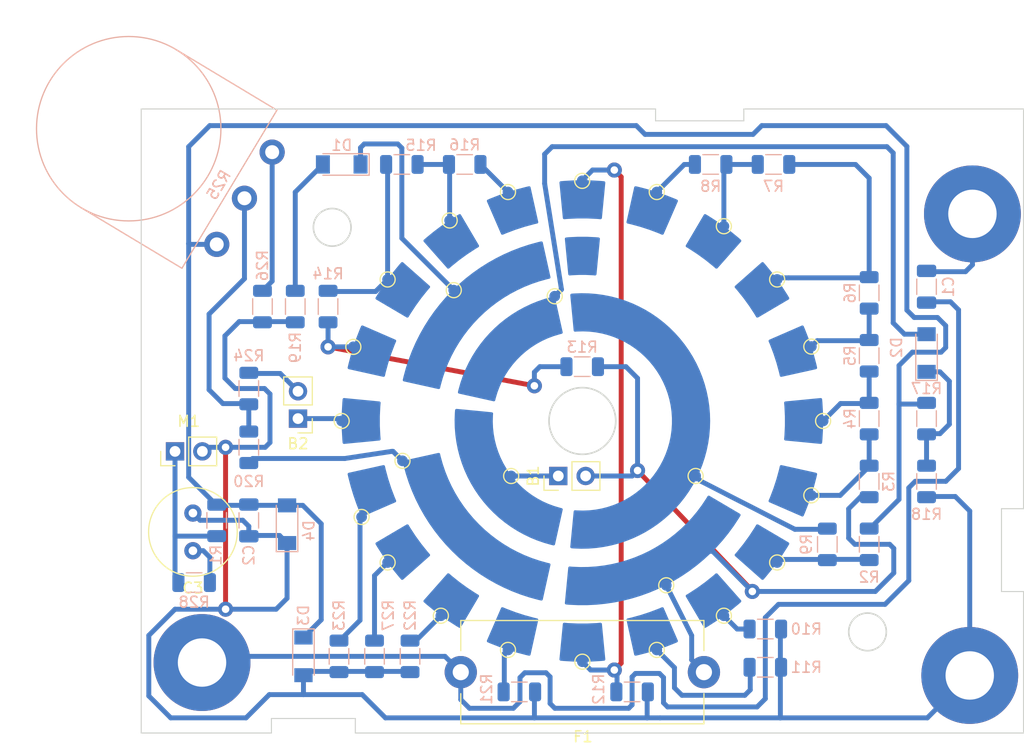
<source format=kicad_pcb>
(kicad_pcb (version 20211014) (generator pcbnew)
  (title_block (title "Sunma YX-360TRN Multitester") (date "2022-12-04") (rev "v01.2") (comment 2 "https://www.gnu.org/licenses/gpl.html") (comment 3 "License: GNU General Public License (GPL) version 3") (comment 4 "Author: Poly Electronics"))
  (layers (0 "F.Cu" signal) (31 "B.Cu" signal) (34 "B.Paste" user) (35 "F.Paste" user) (36 "B.SilkS" user "B.Silkscreen") (37 "F.SilkS" user "F.Silkscreen") (38 "B.Mask" user) (39 "F.Mask" user) (44 "Edge.Cuts" user))
  (net 0 "")
  (net 1 "Net-(B1-Pad2)")
  (net 2 "Net-(B1-Pad1)")
  (net 3 "Net-(B2-Pad2)")
  (net 4 "Net-(B2-Pad1)")
  (net 5 "Net-(C1-Pad2)")
  (net 6 "Net-(C1-Pad1)")
  (net 7 "Net-(C2-Pad2)")
  (net 8 "Net-(C2-Pad1)")
  (net 9 "Net-(D1-Pad2)")
  (net 10 "Net-(D1-Pad1)")
  (net 11 "Net-(D2-Pad2)")
  (net 12 "Net-(D2-Pad1)")
  (net 13 "Net-(M1-Pad1)")
  (net 14 "Net-(R2-Pad2)")
  (net 15 "Net-(R3-Pad2)")
  (net 16 "Net-(R4-Pad2)")
  (net 17 "Net-(R5-Pad2)")
  (net 18 "Net-(R6-Pad2)")
  (net 19 "Net-(R7-Pad2)")
  (net 20 "Net-(R8-Pad2)")
  (net 21 "Net-(R9-Pad2)")
  (net 22 "Net-(R10-Pad2)")
  (net 23 "Net-(R11-Pad2)")
  (net 24 "/OFF")
  (net 25 "Net-(R13-Pad2)")
  (net 26 "Net-(R14-Pad1)")
  (net 27 "Net-(R15-Pad1)")
  (net 28 "Net-(R16-Pad1)")
  (net 29 "Net-(R20-Pad2)")
  (net 30 "Net-(R20-Pad1)")
  (net 31 "Net-(R21-Pad2)")
  (net 32 "Net-(R22-Pad2)")
  (net 33 "Net-(R23-Pad2)")
  (net 34 "Net-(R25-Pad3)")
  (net 35 "Net-(R27-Pad2)")
  (net 36 "Net-(C3-Pad1)")
  (footprint "Connector_PinHeader_2.54mm:PinHeader_1x02_P2.54mm_Vertical" (layer "F.Cu") (at 121.666 99.822 180)
    (fp_text reference "B2")
    (fp_text value "9V")
  )
  (footprint "TestPoint:TestPoint_Pad_D1.0mm" (layer "F.Cu") (at 155.011495 78.76309)
    (fp_text reference "TP1" hide)
    (fp_text value "1000")
  )
  (footprint "TestPoint:TestPoint_Pad_D1.0mm" (layer "F.Cu") (at 161.248935 81.941224)
    (fp_text reference "TP2" hide)
    (fp_text value "250")
  )
  (footprint "TestPoint:TestPoint_Pad_D1.0mm" (layer "F.Cu") (at 166.198995 86.891284)
    (fp_text reference "TP3" hide)
    (fp_text value "50")
  )
  (footprint "TestPoint:TestPoint_Pad_D1.0mm" (layer "F.Cu") (at 169.37713 93.128724)
    (fp_text reference "TP4" hide)
    (fp_text value "10")
  )
  (footprint "TestPoint:TestPoint_Pad_D1.0mm" (layer "F.Cu") (at 170.47224 100.04298)
    (fp_text reference "TP5" hide)
    (fp_text value "2.5")
  )
  (footprint "TestPoint:TestPoint_Pad_D1.0mm" (layer "F.Cu") (at 169.37713 106.957235)
    (fp_text reference "TP6" hide)
    (fp_text value "0.5")
  )
  (footprint "TestPoint:TestPoint_Pad_D1.0mm" (layer "F.Cu") (at 166.198996 113.194675)
    (fp_text reference "TP8" hide)
    (fp_text value "100uA")
  )
  (footprint "TestPoint:TestPoint_Pad_D1.0mm" (layer "F.Cu") (at 161.248936 118.144735)
    (fp_text reference "TP9" hide)
    (fp_text value "2.5")
  )
  (footprint "TestPoint:TestPoint_Pad_D1.0mm" (layer "F.Cu") (at 148.09724 122.41798)
    (fp_text reference "TP11" hide)
    (fp_text value "250")
  )
  (footprint "TestPoint:TestPoint_Pad_D1.0mm" (layer "F.Cu") (at 141.182985 121.32287)
    (fp_text reference "TP13" hide)
    (fp_text value "x1")
  )
  (footprint "TestPoint:TestPoint_Pad_D1.0mm" (layer "F.Cu") (at 129.995485 113.194676)
    (fp_text reference "TP15" hide)
    (fp_text value "x100")
  )
  (footprint "TestPoint:TestPoint_Pad_D1.0mm" (layer "F.Cu") (at 127.578021 108.964988)
    (fp_text reference "TP16" hide)
    (fp_text value "x1K")
  )
  (footprint "TestPoint:TestPoint_Pad_D1.0mm" (layer "F.Cu") (at 125.72224 100.04298)
    (fp_text reference "TP17" hide)
    (fp_text value "x10K")
  )
  (footprint "TestPoint:TestPoint_Pad_D1.0mm" (layer "F.Cu") (at 126.8095 93.1545)
    (fp_text reference "TP18" hide)
    (fp_text value "10")
  )
  (footprint "TestPoint:TestPoint_Pad_D1.0mm" (layer "F.Cu") (at 129.995484 86.891285)
    (fp_text reference "TP19" hide)
    (fp_text value "50")
  )
  (footprint "TestPoint:TestPoint_Pad_D1.0mm" (layer "F.Cu") (at 141.182984 78.76309)
    (fp_text reference "TP21" hide)
    (fp_text value "1000")
  )
  (footprint "MountingHole:MountingHole_4.5mm_Pad" (layer "F.Cu") (at 184.35046 80.7938)
    (fp_text reference "TP24" hide)
    (fp_text value "OUTPUT")
  )
  (footprint "MountingHole:MountingHole_4.5mm_Pad" (layer "F.Cu") (at 184.10046 123.6947)
    (fp_text reference "TP25" hide)
    (fp_text value "-COM")
  )
  (footprint "MountingHole:MountingHole_4.5mm_Pad" (layer "F.Cu") (at 112.74656 122.4947)
    (fp_text reference "TP23" hide)
    (fp_text value "+")
  )
  (footprint "Fuse:Fuseholder_Cylinder-5x20mm_Stelvio-Kontek_PTF78_Horizontal_Open" (layer "F.Cu") (at 159.39516 123.38812 180)
    (fp_text reference "F1")
    (fp_text value "250V/0.5A")
  )
  (footprint "TestPoint:TestPoint_Pad_D1.0mm" (layer "F.Cu") (at 134.945545 118.144736)
    (fp_text reference "TP14" hide)
    (fp_text value "x10")
  )
  (footprint "TestPoint:TestPoint_Pad_D1.0mm" (layer "F.Cu") (at 155.011496 121.32287)
    (fp_text reference "TP10" hide)
    (fp_text value "25")
  )
  (footprint "TestPoint:TestPoint_Pad_D1.0mm" (layer "F.Cu") (at 135.763 81.407)
    (fp_text reference "TP20" hide)
    (fp_text value "250")
  )
  (footprint "TestPoint:TestPoint_Pad_D1.0mm" (layer "F.Cu") (at 155.8925 115.316)
    (fp_text reference "TP22" hide)
    (fp_text value "B")
  )
  (footprint "TestPoint:TestPoint_Pad_D1.0mm" (layer "F.Cu") (at 141.478 105.156)
    (fp_text reference "TP27" hide)
    (fp_text value "D" hide)
  )
  (footprint "TestPoint:TestPoint_Pad_D1.0mm" (layer "F.Cu") (at 145.527019 88.449465)
    (fp_text reference "TP28" hide)
    (fp_text value "E" hide)
  )
  (footprint "TestPoint:TestPoint_Pad_D1.0mm" (layer "F.Cu") (at 136.144 87.884)
    (fp_text reference "TP29" hide)
    (fp_text value "F" hide)
  )
  (footprint "Connector_PinHeader_2.54mm:PinHeader_1x02_P2.54mm_Vertical" (layer "F.Cu") (at 145.8595 105.156 90)
    (fp_text reference "B1")
    (fp_text value "1.5Vx2")
  )
  (footprint "TestPoint:TestPoint_Pad_D1.0mm" (layer "F.Cu") (at 158.623 105.156)
    (fp_text reference "TP7" hide)
    (fp_text value "A" hide)
  )
  (footprint "TestPoint:TestPoint_Pad_D1.0mm" (layer "F.Cu") (at 131.378171 103.749508)
    (fp_text reference "TP26" hide)
    (fp_text value "C")
  )
  (footprint "Connector_PinHeader_2.54mm:PinHeader_1x02_P2.54mm_Vertical" (layer "F.Cu") (at 110.236 102.87 90)
    (fp_text reference "M1")
    (fp_text value "44uA/2K")
  )
  (footprint "TestPoint:TestPoint_Pad_D1.0mm" (layer "F.Cu") (at 148.082 77.724)
    (fp_text reference "TP21" hide)
    (fp_text value "1000")
  )
  (footprint "Capacitor_THT:C_Radial_D8.0mm_H11.5mm_P3.50mm" (layer "F.Cu") (at 111.9 112.102651 90)
    (fp_text reference "C3")
    (fp_text value "220u")
  )
  (footprint "Capacitor_SMD:C_1206_3216Metric" (layer "B.Cu") (at 180.086 87.5665 90)
    (fp_text reference "C1")
    (fp_text value "0.047u")
  )
  (footprint "Capacitor_SMD:C_1206_3216Metric" (layer "B.Cu") (at 117.094 109.2835 -90)
    (fp_text reference "C2")
    (fp_text value "0.047u")
  )
  (footprint "Diode_SMD:D_MiniMELF" (layer "B.Cu") (at 180.086 93.726 90)
    (fp_text reference "D2")
    (fp_text value "1N4148")
  )
  (footprint "Resistor_SMD:R_1206_3216Metric" (layer "B.Cu") (at 174.752 111.506 -90)
    (fp_text reference "R2")
    (fp_text value "240R")
  )
  (footprint "Resistor_SMD:R_1206_3216Metric" (layer "B.Cu") (at 160.02 76.2 180)
    (fp_text reference "R8")
    (fp_text value "15M")
  )
  (footprint "Resistor_SMD:R_1206_3216Metric" (layer "B.Cu") (at 131.318 76.2 180)
    (fp_text reference "R15")
    (fp_text value "1.6M")
  )
  (footprint "Resistor_SMD:R_1206_3216Metric" (layer "B.Cu") (at 137.16 76.2 180)
    (fp_text reference "R16")
    (fp_text value "6M")
  )
  (footprint "Resistor_SMD:R_1206_3216Metric" (layer "B.Cu") (at 180.086 99.822 90)
    (fp_text reference "R17")
    (fp_text value "2K")
  )
  (footprint "Resistor_SMD:R_1206_3216Metric" (layer "B.Cu") (at 142.24 125.222 180)
    (fp_text reference "R21")
    (fp_text value "19R")
  )
  (footprint "Resistor_SMD:R_1206_3216Metric" (layer "B.Cu") (at 132.08 121.92 90)
    (fp_text reference "R22")
    (fp_text value "200R")
  )
  (footprint "Resistor_SMD:R_1206_3216Metric" (layer "B.Cu") (at 125.476 121.92 90)
    (fp_text reference "R23")
    (fp_text value "33.3K")
  )
  (footprint "Resistor_SMD:R_1206_3216Metric" (layer "B.Cu") (at 117.094 97.028 90)
    (fp_text reference "R24")
    (fp_text value "194K")
  )
  (footprint "Resistor_SMD:R_1206_3216Metric" (layer "B.Cu") (at 128.778 121.92 90)
    (fp_text reference "R27")
    (fp_text value "2.08K")
  )
  (footprint "Potentiometer_THT:Potentiometer_Omeg_PC16BU_Vertical" (layer "B.Cu") (at 114.114766 83.628673 149)
    (fp_text reference "R25")
    (fp_text value "10K")
  )
  (footprint "Resistor_SMD:R_1206_3216Metric" (layer "B.Cu") (at 165.862 76.2 180)
    (fp_text reference "R7")
    (fp_text value "4M")
  )
  (footprint "Resistor_SMD:R_1206_3216Metric" (layer "B.Cu") (at 165.1 119.38 180)
    (fp_text reference "R10")
    (fp_text value "92R")
  )
  (footprint "Resistor_SMD:R_1206_3216Metric" (layer "B.Cu") (at 124.46 89.408 -90)
    (fp_text reference "R14")
    (fp_text value "320K")
  )
  (footprint "Resistor_SMD:R_1206_3216Metric" (layer "B.Cu") (at 180.086 105.664 90)
    (fp_text reference "R18")
    (fp_text value "41K")
  )
  (footprint "Resistor_SMD:R_1206_3216Metric" (layer "B.Cu") (at 174.752 105.664 90)
    (fp_text reference "R3")
    (fp_text value "5K")
  )
  (footprint "Resistor_SMD:R_1206_3216Metric" (layer "B.Cu") (at 174.752 99.822 90)
    (fp_text reference "R4")
    (fp_text value "40K")
  )
  (footprint "Resistor_SMD:R_1206_3216Metric" (layer "B.Cu") (at 174.752 93.98 90)
    (fp_text reference "R5")
    (fp_text value "150K")
  )
  (footprint "Resistor_SMD:R_1206_3216Metric" (layer "B.Cu") (at 174.752 88.138 90)
    (fp_text reference "R6")
    (fp_text value "800K")
  )
  (footprint "Diode_SMD:D_MiniMELF" (layer "B.Cu") (at 122.174 121.92 -90)
    (fp_text reference "D3")
    (fp_text value "1N4148")
  )
  (footprint "Resistor_SMD:R_1206_3216Metric" (layer "B.Cu") (at 165.1 122.936 180)
    (fp_text reference "R11")
    (fp_text value "9R")
  )
  (footprint "Resistor_SMD:R_1206_3216Metric" (layer "B.Cu") (at 148.082 94.996 180)
    (fp_text reference "R13")
    (fp_text value "74K")
  )
  (footprint "Resistor_SMD:R_1206_3216Metric" (layer "B.Cu") (at 170.86326 111.51108 90)
    (fp_text reference "R9")
    (fp_text value "3K")
  )
  (footprint "Resistor_SMD:R_1206_3216Metric" (layer "B.Cu") (at 152.7175 125.222 180)
    (fp_text reference "R12")
    (fp_text value "1R")
  )
  (footprint "Resistor_SMD:R_1206_3216Metric" (layer "B.Cu") (at 121.412 89.408 90)
    (fp_text reference "R19")
    (fp_text value "2K")
  )
  (footprint "Diode_SMD:D_MiniMELF" (layer "B.Cu") (at 125.73 76.2 180)
    (fp_text reference "D1")
    (fp_text value "1N4148")
  )
  (footprint "Resistor_SMD:R_1206_3216Metric" (layer "B.Cu") (at 118.364 89.408 90)
    (fp_text reference "R26")
    (fp_text value "16K")
  )
  (footprint "Resistor_SMD:R_1206_3216Metric" (layer "B.Cu") (at 114.1095 109.2835 90)
    (fp_text reference "R1")
    (fp_text value "1.2K")
  )
  (footprint "Resistor_SMD:R_1206_3216Metric" (layer "B.Cu") (at 117.094 102.489 -90)
    (fp_text reference "R20")
    (fp_text value "44K")
  )
  (footprint "Diode_SMD:D_MiniMELF" (layer "B.Cu") (at 120.65 109.6365 90)
    (fp_text reference "D4")
    (fp_text value "1N4148")
  )
  (footprint "Resistor_SMD:R_1206_3216Metric" (layer "B.Cu") (at 112.014 115.062)
    (fp_text reference "R28")
    (fp_text value "1.5K")
  )
  (gr_line (start 163.10046 72.1438) (end 154.90046 72.1438) (layer "Edge.Cuts") (width 0.1))
  (gr_circle (center 148.09724 100.04298) (end 151.19724 100.04298) (layer "Edge.Cuts") (width 0.15) (fill none))
  (gr_line (start 189.10046 71.0438) (end 163.10046 71.0438) (layer "Edge.Cuts") (width 0.1))
  (gr_line (start 126.99656 127.6947) (end 126.99656 129.0447) (layer "Edge.Cuts") (width 0.1))
  (gr_line (start 187.05046 108.1947) (end 189.10046 108.1947) (layer "Edge.Cuts") (width 0.1))
  (gr_line (start 107.09656 129.0447) (end 107.09656 71.0438) (layer "Edge.Cuts") (width 0.1))
  (gr_line (start 126.99656 129.0447) (end 189.10046 129.0447) (layer "Edge.Cuts") (width 0.1))
  (gr_line (start 119.19656 127.6947) (end 126.99656 127.6947) (layer "Edge.Cuts") (width 0.1))
  (gr_line (start 119.19656 129.0447) (end 119.19656 127.6947) (layer "Edge.Cuts") (width 0.1))
  (gr_circle (center 174.60046 119.6447) (end 176.35046 119.6447) (layer "Edge.Cuts") (width 0.15) (fill none))
  (gr_line (start 189.10046 129.0447) (end 189.10046 115.8947) (layer "Edge.Cuts") (width 0.1))
  (gr_line (start 163.10046 71.0438) (end 163.10046 72.1438) (layer "Edge.Cuts") (width 0.1))
  (gr_line (start 154.90046 72.1438) (end 154.90046 71.0438) (layer "Edge.Cuts") (width 0.1))
  (gr_line (start 189.10046 115.8947) (end 187.05046 115.8947) (layer "Edge.Cuts") (width 0.1))
  (gr_line (start 107.09656 129.0447) (end 119.19656 129.0447) (layer "Edge.Cuts") (width 0.1))
  (gr_line (start 189.10046 71.0438) (end 189.10046 108.1947) (layer "Edge.Cuts") (width 0.1))
  (gr_line (start 107.09656 71.0438) (end 154.90046 71.0438) (layer "Edge.Cuts") (width 0.1))
  (gr_line (start 187.05046 115.8947) (end 187.05046 108.1947) (layer "Edge.Cuts") (width 0.1))
  (gr_circle (center 124.84656 82.0438) (end 126.59656 82.0438) (layer "Edge.Cuts") (width 0.15) (fill none))
  (segment (start 163.8935 115.824) (end 163.8935 115.8875) (width 0.457483) (layer "F.Cu") (net 1))
  (segment (start 153.2255 104.648) (end 163.8935 115.824) (width 0.457483) (layer "F.Cu") (net 1))
  (via (at 153.2255 104.648) (size 1.4) (drill 0.7) (layers "F.Cu" "B.Cu") (net 1))
  (via (at 163.8935 115.8875) (size 1.4) (drill 0.7) (layers "F.Cu" "B.Cu") (net 1))
  (segment (start 163.8935 115.8875) (end 163.8935 115.8875) (width 0.457483) (layer "B.Cu") (net 1))
  (segment (start 173.4185 111.506) (end 176.657 111.506) (width 0.457483) (layer "B.Cu") (net 1))
  (segment (start 155.8925 113.538) (end 155.8925 115.316) (width 0.457483) (layer "B.Cu") (net 1))
  (segment (start 152.146 94.996) (end 149.482 94.996) (width 0.457483) (layer "B.Cu") (net 1))
  (segment (start 174.752 107.064) (end 173.987 107.064) (width 0.457483) (layer "B.Cu") (net 1))
  (segment (start 172.847 110.9345) (end 173.4185 111.506) (width 0.457483) (layer "B.Cu") (net 1))
  (segment (start 158.255277 119.979251) (end 158.255277 122.248237) (width 0.457483) (layer "B.Cu") (net 1))
  (segment (start 176.657 111.506) (end 177.038 111.887) (width 0.457483) (layer "B.Cu") (net 1))
  (segment (start 177.038 114.173) (end 175.3235 115.8875) (width 0.457483) (layer "B.Cu") (net 1))
  (segment (start 172.847 108.204) (end 172.847 110.9345) (width 0.457483) (layer "B.Cu") (net 1))
  (segment (start 163.8935 115.8875) (end 160.206444 112.152184) (width 0.457483) (layer "B.Cu") (net 1))
  (segment (start 158.255277 122.248237) (end 159.39516 123.38812) (width 0.457483) (layer "B.Cu") (net 1))
  (segment (start 153.2255 96.0755) (end 152.146 94.996) (width 0.457483) (layer "B.Cu") (net 1))
  (segment (start 157.278316 112.152184) (end 155.8925 113.538) (width 0.457483) (layer "B.Cu") (net 1))
  (segment (start 152.7175 105.156) (end 153.2255 104.648) (width 0.457483) (layer "B.Cu") (net 1))
  (segment (start 177.038 111.887) (end 177.038 114.173) (width 0.457483) (layer "B.Cu") (net 1))
  (segment (start 153.2255 104.648) (end 153.2255 96.0755) (width 0.457483) (layer "B.Cu") (net 1))
  (segment (start 175.3235 115.8875) (end 163.8935 115.8875) (width 0.457483) (layer "B.Cu") (net 1))
  (segment (start 173.987 107.064) (end 172.847 108.204) (width 0.457483) (layer "B.Cu") (net 1))
  (segment (start 160.206444 112.152184) (end 157.278316 112.152184) (width 0.457483) (layer "B.Cu") (net 1))
  (segment (start 148.3995 105.156) (end 152.7175 105.156) (width 0.457483) (layer "B.Cu") (net 1))
  (segment (start 158.255277 119.979251) (end 155.8925 115.316) (width 0.457483) (layer "B.Cu") (net 1))
  (segment (start 145.8595 105.156) (end 141.478 105.156) (width 0.457483) (layer "B.Cu") (net 2))
  (segment (start 120.012 95.628) (end 121.666 97.282) (width 0.457483) (layer "B.Cu") (net 3))
  (segment (start 117.094 95.628) (end 120.012 95.628) (width 0.457483) (layer "B.Cu") (net 3))
  (segment (start 121.666 99.822) (end 125.50126 99.822) (width 0.457483) (layer "B.Cu") (net 4))
  (segment (start 125.50126 99.822) (end 125.72224 100.04298) (width 0.457483) (layer "B.Cu") (net 4))
  (segment (start 184.35046 85.52454) (end 184.35046 80.7938) (width 0.457483) (layer "B.Cu") (net 5))
  (segment (start 180.086 86.1665) (end 183.7085 86.1665) (width 0.457483) (layer "B.Cu") (net 5))
  (segment (start 183.7085 86.1665) (end 184.35046 85.52454) (width 0.457483) (layer "B.Cu") (net 5))
  (segment (start 165.1 118.3132) (end 166.32682 117.08638) (width 0.457483) (layer "B.Cu") (net 6))
  (segment (start 182.3115 88.9665) (end 180.086 88.9665) (width 0.457483) (layer "B.Cu") (net 6))
  (segment (start 145.542 126.746) (end 152.4 126.746) (width 0.457483) (layer "B.Cu") (net 6))
  (segment (start 145.0975 123.825) (end 145.0975 126.3015) (width 0.457483) (layer "B.Cu") (net 6))
  (segment (start 142.748 123.444) (end 144.7165 123.444) (width 0.457483) (layer "B.Cu") (net 6))
  (segment (start 181.87416 105.6513) (end 183.06288 104.46258) (width 0.457483) (layer "B.Cu") (net 6))
  (segment (start 142.29842 126.12878) (end 142.29842 123.89358) (width 0.457483) (layer "B.Cu") (net 6))
  (segment (start 155.2575 123.5075) (end 155.6385 123.8885) (width 0.457483) (layer "B.Cu") (net 6))
  (segment (start 165.1 125.857) (end 165.1 118.3132) (width 0.457483) (layer "B.Cu") (net 6))
  (segment (start 145.0975 126.3015) (end 145.542 126.746) (width 0.457483) (layer "B.Cu") (net 6))
  (segment (start 113.32126 121.92) (end 112.74656 122.4947) (width 0.457483) (layer "B.Cu") (net 6))
  (segment (start 153.035 123.5075) (end 155.2575 123.5075) (width 0.457483) (layer "B.Cu") (net 6))
  (segment (start 178.435 114.87912) (end 178.435 106.25582) (width 0.457483) (layer "B.Cu") (net 6))
  (segment (start 135.32704 121.92) (end 113.32126 121.92) (width 0.457483) (layer "B.Cu") (net 6))
  (segment (start 141.6812 126.746) (end 142.29842 126.12878) (width 0.457483) (layer "B.Cu") (net 6))
  (segment (start 166.32682 117.08638) (end 176.22774 117.08638) (width 0.457483) (layer "B.Cu") (net 6))
  (segment (start 156.0195 126.619) (end 164.338 126.619) (width 0.457483) (layer "B.Cu") (net 6))
  (segment (start 164.338 126.619) (end 165.1 125.857) (width 0.457483) (layer "B.Cu") (net 6))
  (segment (start 136.79516 125.93666) (end 137.6045 126.746) (width 0.457483) (layer "B.Cu") (net 6))
  (segment (start 183.06288 104.46258) (end 183.06288 89.71788) (width 0.457483) (layer "B.Cu") (net 6))
  (segment (start 179.03952 105.6513) (end 181.87416 105.6513) (width 0.457483) (layer "B.Cu") (net 6))
  (segment (start 137.6045 126.746) (end 141.6812 126.746) (width 0.457483) (layer "B.Cu") (net 6))
  (segment (start 142.29842 123.89358) (end 142.748 123.444) (width 0.457483) (layer "B.Cu") (net 6))
  (segment (start 155.6385 126.238) (end 156.0195 126.619) (width 0.457483) (layer "B.Cu") (net 6))
  (segment (start 136.79516 123.38812) (end 136.79516 125.93666) (width 0.457483) (layer "B.Cu") (net 6))
  (segment (start 152.4 126.746) (end 152.7175 126.4285) (width 0.457483) (layer "B.Cu") (net 6))
  (segment (start 183.06288 89.71788) (end 182.3115 88.9665) (width 0.457483) (layer "B.Cu") (net 6))
  (segment (start 144.7165 123.444) (end 145.0975 123.825) (width 0.457483) (layer "B.Cu") (net 6))
  (segment (start 152.7175 126.4285) (end 152.7175 123.825) (width 0.457483) (layer "B.Cu") (net 6))
  (segment (start 136.79516 123.38812) (end 135.32704 121.92) (width 0.457483) (layer "B.Cu") (net 6))
  (segment (start 176.22774 117.08638) (end 178.435 114.87912) (width 0.457483) (layer "B.Cu") (net 6))
  (segment (start 155.6385 123.8885) (end 155.6385 126.238) (width 0.457483) (layer "B.Cu") (net 6))
  (segment (start 152.7175 123.825) (end 153.035 123.5075) (width 0.457483) (layer "B.Cu") (net 6))
  (segment (start 178.435 106.25582) (end 179.03952 105.6513) (width 0.457483) (layer "B.Cu") (net 6))
  (segment (start 114.935 117.5385) (end 114.935 117.5385) (width 0.457483) (layer "F.Cu") (net 7))
  (segment (start 114.935 102.489) (end 114.935 117.5385) (width 0.457483) (layer "F.Cu") (net 7))
  (via (at 114.935 117.5385) (size 1.4) (drill 0.7) (layers "F.Cu" "B.Cu") (net 7))
  (via (at 114.935 102.489) (size 1.4) (drill 0.7) (layers "F.Cu" "B.Cu") (net 7))
  (segment (start 114.935 102.489) (end 113.157 102.489) (width 0.457483) (layer "B.Cu") (net 7))
  (segment (start 143.64 127.632) (end 143.637 127.635) (width 0.457483) (layer "B.Cu") (net 7))
  (segment (start 107.8 119.9745) (end 107.8 125.6) (width 0.457483) (layer "B.Cu") (net 7))
  (segment (start 110.236 117.5385) (end 107.8 119.9745) (width 0.457483) (layer "B.Cu") (net 7))
  (segment (start 180.16016 127.635) (end 184.10046 123.6947) (width 0.457483) (layer "B.Cu") (net 7))
  (segment (start 154.1145 127.635) (end 155.321 127.635) (width 0.457483) (layer "B.Cu") (net 7))
  (segment (start 155.321 127.635) (end 166.497 127.635) (width 0.457483) (layer "B.Cu") (net 7))
  (segment (start 127.635 125.476) (end 122.174 125.476) (width 0.457483) (layer "B.Cu") (net 7))
  (segment (start 166.5 122.936) (end 166.5 127.632) (width 0.457483) (layer "B.Cu") (net 7))
  (segment (start 119.0625 97.536) (end 119.0625 102.0445) (width 0.457483) (layer "B.Cu") (net 7))
  (segment (start 120.65 111.3865) (end 120.65 116.5225) (width 0.457483) (layer "B.Cu") (net 7))
  (segment (start 122.524 123.32) (end 122.174 123.67) (width 0.457483) (layer "B.Cu") (net 7))
  (segment (start 115.8416 97.028) (end 118.5545 97.028) (width 0.457483) (layer "B.Cu") (net 7))
  (segment (start 116.5352 109.2708) (end 112.568149 109.2708) (width 0.457483) (layer "B.Cu") (net 7))
  (segment (start 118.364 90.808) (end 116.202 90.808) (width 0.457483) (layer "B.Cu") (net 7))
  (segment (start 107.8 125.6) (end 109.835 127.635) (width 0.457483) (layer "B.Cu") (net 7))
  (segment (start 118.999 125.476) (end 122.174 125.476) (width 0.457483) (layer "B.Cu") (net 7))
  (segment (start 113.157 102.489) (end 112.776 102.87) (width 0.457483) (layer "B.Cu") (net 7))
  (segment (start 118.618 102.489) (end 114.935 102.489) (width 0.457483) (layer "B.Cu") (net 7))
  (segment (start 117.094 110.6835) (end 119.947 110.6835) (width 0.457483) (layer "B.Cu") (net 7))
  (segment (start 182.756 107.064) (end 184.10046 108.40846) (width 0.457483) (layer "B.Cu") (net 7))
  (segment (start 184.10046 108.40846) (end 184.10046 123.6947) (width 0.457483) (layer "B.Cu") (net 7))
  (segment (start 143.637 127.635) (end 154.1145 127.635) (width 0.457483) (layer "B.Cu") (net 7))
  (segment (start 119.634 117.5385) (end 110.236 117.5385) (width 0.457483) (layer "B.Cu") (net 7))
  (segment (start 166.497 127.635) (end 180.16016 127.635) (width 0.457483) (layer "B.Cu") (net 7))
  (segment (start 180.086 107.064) (end 182.756 107.064) (width 0.457483) (layer "B.Cu") (net 7))
  (segment (start 166.5 119.38) (end 166.5 122.936) (width 0.457483) (layer "B.Cu") (net 7))
  (segment (start 128.778 123.32) (end 125.476 123.32) (width 0.457483) (layer "B.Cu") (net 7))
  (segment (start 117.094 110.7585) (end 117.094 109.8296) (width 0.457483) (layer "B.Cu") (net 7))
  (segment (start 116.84 127.635) (end 118.999 125.476) (width 0.457483) (layer "B.Cu") (net 7))
  (segment (start 132.08 123.32) (end 128.778 123.32) (width 0.457483) (layer "B.Cu") (net 7))
  (segment (start 118.5545 97.028) (end 119.0625 97.536) (width 0.457483) (layer "B.Cu") (net 7))
  (segment (start 119.0625 102.0445) (end 118.618 102.489) (width 0.457483) (layer "B.Cu") (net 7))
  (segment (start 143.64 125.222) (end 143.64 127.632) (width 0.457483) (layer "B.Cu") (net 7))
  (segment (start 154.1175 127.632) (end 154.1145 127.635) (width 0.457483) (layer "B.Cu") (net 7))
  (segment (start 166.5 127.632) (end 166.497 127.635) (width 0.457483) (layer "B.Cu") (net 7))
  (segment (start 154.1175 125.222) (end 154.1175 127.632) (width 0.457483) (layer "B.Cu") (net 7))
  (segment (start 127.635 125.476) (end 129.794 127.635) (width 0.457483) (layer "B.Cu") (net 7))
  (segment (start 118.364 90.808) (end 121.412 90.808) (width 0.457483) (layer "B.Cu") (net 7))
  (segment (start 114.8715 96.0579) (end 115.8416 97.028) (width 0.457483) (layer "B.Cu") (net 7))
  (segment (start 122.174 123.67) (end 122.174 125.476) (width 0.457483) (layer "B.Cu") (net 7))
  (segment (start 129.794 127.635) (end 143.637 127.635) (width 0.457483) (layer "B.Cu") (net 7))
  (segment (start 120.65 116.5225) (end 119.634 117.5385) (width 0.457483) (layer "B.Cu") (net 7))
  (segment (start 119.947 110.6835) (end 120.65 111.3865) (width 0.457483) (layer "B.Cu") (net 7))
  (segment (start 114.8715 92.1385) (end 114.8715 96.0579) (width 0.457483) (layer "B.Cu") (net 7))
  (segment (start 117.094 109.8296) (end 116.5352 109.2708) (width 0.457483) (layer "B.Cu") (net 7))
  (segment (start 116.202 90.808) (end 114.8715 92.1385) (width 0.457483) (layer "B.Cu") (net 7))
  (segment (start 112.568149 109.2708) (end 111.9 108.602651) (width 0.457483) (layer "B.Cu") (net 7))
  (segment (start 109.835 127.635) (end 116.84 127.635) (width 0.457483) (layer "B.Cu") (net 7))
  (segment (start 125.476 123.32) (end 122.524 123.32) (width 0.457483) (layer "B.Cu") (net 7))
  (segment (start 177.52822 98.47072) (end 180.03728 98.47072) (width 0.457483) (layer "B.Cu") (net 8))
  (segment (start 122.174 120.17) (end 123.825 118.519) (width 0.457483) (layer "B.Cu") (net 8))
  (segment (start 111.568673 83.628673) (end 111.506 83.566) (width 0.457483) (layer "B.Cu") (net 8))
  (segment (start 178.2572 74.5236) (end 178.2572 89.7382) (width 0.457483) (layer "B.Cu") (net 8))
  (segment (start 177.52822 94.88678) (end 177.52822 98.47072) (width 0.457483) (layer "B.Cu") (net 8))
  (segment (start 111.506 83.566) (end 111.506 74.549) (width 0.457483) (layer "B.Cu") (net 8))
  (segment (start 178.943 90.424) (end 181.102 90.424) (width 0.457483) (layer "B.Cu") (net 8))
  (segment (start 114.1095 107.8835) (end 111.506 105.28) (width 0.457483) (layer "B.Cu") (net 8))
  (segment (start 153.1112 72.5932) (end 153.924 73.406) (width 0.457483) (layer "B.Cu") (net 8))
  (segment (start 178.2572 89.7382) (end 178.943 90.424) (width 0.457483) (layer "B.Cu") (net 8))
  (segment (start 181.4322 93.6498) (end 178.7652 93.6498) (width 0.457483) (layer "B.Cu") (net 8))
  (segment (start 120.65 107.8865) (end 120.647 107.8835) (width 0.457483) (layer "B.Cu") (net 8))
  (segment (start 163.957 73.406) (end 164.7698 72.5932) (width 0.457483) (layer "B.Cu") (net 8))
  (segment (start 178.7652 93.6498) (end 177.52822 94.88678) (width 0.457483) (layer "B.Cu") (net 8))
  (segment (start 181.864 93.218) (end 181.4322 93.6498) (width 0.457483) (layer "B.Cu") (net 8))
  (segment (start 111.506 105.28) (end 111.506 83.566) (width 0.457483) (layer "B.Cu") (net 8))
  (segment (start 120.647 107.8835) (end 114.1095 107.8835) (width 0.457483) (layer "B.Cu") (net 8))
  (segment (start 176.3268 72.5932) (end 178.2572 74.5236) (width 0.457483) (layer "B.Cu") (net 8))
  (segment (start 123.825 118.519) (end 123.825 109.601) (width 0.457483) (layer "B.Cu") (net 8))
  (segment (start 180.03728 98.47072) (end 180.086 98.422) (width 0.457483) (layer "B.Cu") (net 8))
  (segment (start 113.4618 72.5932) (end 153.1112 72.5932) (width 0.457483) (layer "B.Cu") (net 8))
  (segment (start 122.1105 107.8865) (end 120.65 107.8865) (width 0.457483) (layer "B.Cu") (net 8))
  (segment (start 111.506 74.549) (end 113.4618 72.5932) (width 0.457483) (layer "B.Cu") (net 8))
  (segment (start 181.864 91.186) (end 181.864 93.218) (width 0.457483) (layer "B.Cu") (net 8))
  (segment (start 123.825 109.601) (end 122.1105 107.8865) (width 0.457483) (layer "B.Cu") (net 8))
  (segment (start 181.102 90.424) (end 181.864 91.186) (width 0.457483) (layer "B.Cu") (net 8))
  (segment (start 164.7698 72.5932) (end 176.3268 72.5932) (width 0.457483) (layer "B.Cu") (net 8))
  (segment (start 153.924 73.406) (end 163.957 73.406) (width 0.457483) (layer "B.Cu") (net 8))
  (segment (start 114.114766 83.628673) (end 111.568673 83.628673) (width 0.457483) (layer "B.Cu") (net 8))
  (segment (start 177.52822 107.32978) (end 177.52822 98.47072) (width 0.457483) (layer "B.Cu") (net 8))
  (segment (start 174.752 110.106) (end 177.52822 107.32978) (width 0.457483) (layer "B.Cu") (net 8))
  (segment (start 121.412 88.008) (end 121.412 78.768) (width 0.457483) (layer "B.Cu") (net 9))
  (segment (start 121.412 78.768) (end 123.98 76.2) (width 0.457483) (layer "B.Cu") (net 9))
  (segment (start 127.8255 74.295) (end 130.937 74.295) (width 0.457483) (layer "B.Cu") (net 10))
  (segment (start 127.48 74.6405) (end 127.8255 74.295) (width 0.457483) (layer "B.Cu") (net 10))
  (segment (start 131.318 83.058) (end 136.144 87.884) (width 0.457483) (layer "B.Cu") (net 10))
  (segment (start 127.48 76.2) (end 127.48 74.6405) (width 0.457483) (layer "B.Cu") (net 10))
  (segment (start 130.937 74.295) (end 131.318 74.676) (width 0.457483) (layer "B.Cu") (net 10))
  (segment (start 131.318 74.676) (end 131.318 83.058) (width 0.457483) (layer "B.Cu") (net 10))
  (segment (start 178.0312 91.976) (end 176.9872 90.932) (width 0.457483) (layer "B.Cu") (net 11))
  (segment (start 146.155984 87.8205) (end 144.5895 77.978) (width 0.457483) (layer "B.Cu") (net 11))
  (segment (start 180.086 91.976) (end 178.0312 91.976) (width 0.457483) (layer "B.Cu") (net 11))
  (segment (start 176.403 74.549) (end 145.288 74.549) (width 0.457483) (layer "B.Cu") (net 11))
  (segment (start 145.527019 88.449465) (end 146.155984 87.8205) (width 0.457483) (layer "B.Cu") (net 11))
  (segment (start 145.288 74.549) (end 144.5895 75.2475) (width 0.457483) (layer "B.Cu") (net 11))
  (segment (start 176.9872 90.932) (end 176.9872 75.1332) (width 0.457483) (layer "B.Cu") (net 11))
  (segment (start 176.9872 75.1332) (end 176.403 74.549) (width 0.457483) (layer "B.Cu") (net 11))
  (segment (start 144.5895 75.2475) (end 144.5895 77.978) (width 0.457483) (layer "B.Cu") (net 11))
  (segment (start 180.086 104.264) (end 180.086 101.222) (width 0.457483) (layer "B.Cu") (net 12))
  (segment (start 182.20436 100.35286) (end 181.33522 101.222) (width 0.457483) (layer "B.Cu") (net 12))
  (segment (start 180.086 95.476) (end 181.33054 95.476) (width 0.457483) (layer "B.Cu") (net 12))
  (segment (start 181.33054 95.476) (end 182.20436 96.34982) (width 0.457483) (layer "B.Cu") (net 12))
  (segment (start 181.33522 101.222) (end 180.086 101.222) (width 0.457483) (layer "B.Cu") (net 12))
  (segment (start 182.20436 96.34982) (end 182.20436 100.35286) (width 0.457483) (layer "B.Cu") (net 12))
  (segment (start 110.5515 115.062) (end 110.236 114.7465) (width 0.457483) (layer "B.Cu") (net 13))
  (segment (start 110.236 110.744) (end 110.236 102.87) (width 0.457483) (layer "B.Cu") (net 13))
  (segment (start 114.1095 110.746) (end 110.238 110.746) (width 0.457483) (layer "B.Cu") (net 13))
  (segment (start 110.236 114.7465) (end 110.236 110.744) (width 0.457483) (layer "B.Cu") (net 13))
  (segment (start 110.238 110.746) (end 110.236 110.744) (width 0.457483) (layer "B.Cu") (net 13))
  (segment (start 170.86326 112.91108) (end 166.482591 112.91108) (width 0.457483) (layer "B.Cu") (net 14))
  (segment (start 166.482591 112.91108) (end 166.198996 113.194675) (width 0.457483) (layer "B.Cu") (net 14))
  (segment (start 174.752 112.906) (end 170.86834 112.906) (width 0.457483) (layer "B.Cu") (net 14))
  (segment (start 170.86834 112.906) (end 170.86326 112.91108) (width 0.457483) (layer "B.Cu") (net 14))
  (segment (start 172.058765 106.957235) (end 174.752 104.264) (width 0.457483) (layer "B.Cu") (net 15))
  (segment (start 174.752 101.222) (end 174.752 104.264) (width 0.457483) (layer "B.Cu") (net 15))
  (segment (start 169.37713 106.957235) (end 172.058765 106.957235) (width 0.457483) (layer "B.Cu") (net 15))
  (segment (start 170.47224 100.04298) (end 172.09322 98.422) (width 0.457483) (layer "B.Cu") (net 16))
  (segment (start 174.752 95.38) (end 174.752 98.422) (width 0.457483) (layer "B.Cu") (net 16))
  (segment (start 172.09322 98.422) (end 174.752 98.422) (width 0.457483) (layer "B.Cu") (net 16))
  (segment (start 174.752 89.538) (end 174.752 92.58) (width 0.457483) (layer "B.Cu") (net 17))
  (segment (start 169.37713 93.128724) (end 169.925854 92.58) (width 0.457483) (layer "B.Cu") (net 17))
  (segment (start 169.925854 92.58) (end 174.752 92.58) (width 0.457483) (layer "B.Cu") (net 17))
  (segment (start 173.482 76.2) (end 174.752 77.47) (width 0.457483) (layer "B.Cu") (net 18))
  (segment (start 167.262 86.738) (end 174.752 86.738) (width 0.457483) (layer "B.Cu") (net 18))
  (segment (start 166.198995 86.891284) (end 166.352279 86.738) (width 0.457483) (layer "B.Cu") (net 18))
  (segment (start 166.352279 86.738) (end 167.262 86.738) (width 0.457483) (layer "B.Cu") (net 18))
  (segment (start 167.3245 76.2) (end 173.482 76.2) (width 0.457483) (layer "B.Cu") (net 18))
  (segment (start 174.752 77.47) (end 174.752 86.6755) (width 0.457483) (layer "B.Cu") (net 18))
  (segment (start 161.42 76.2) (end 164.462 76.2) (width 0.457483) (layer "B.Cu") (net 19))
  (segment (start 161.248935 76.371065) (end 161.42 76.2) (width 0.457483) (layer "B.Cu") (net 19))
  (segment (start 161.248935 81.941224) (end 161.248935 76.371065) (width 0.457483) (layer "B.Cu") (net 19))
  (segment (start 155.011495 78.76309) (end 157.574585 76.2) (width 0.457483) (layer "B.Cu") (net 20))
  (segment (start 157.574585 76.2) (end 158.62 76.2) (width 0.457483) (layer "B.Cu") (net 20))
  (segment (start 159.1056 105.6386) (end 167.84528 110.11108) (width 0.457483) (layer "B.Cu") (net 21))
  (segment (start 170.86326 110.11108) (end 167.84528 110.11108) (width 0.457483) (layer "B.Cu") (net 21))
  (segment (start 158.623 105.156) (end 159.1056 105.6386) (width 0.457483) (layer "B.Cu") (net 21))
  (segment (start 162.484201 119.38) (end 163.7 119.38) (width 0.457483) (layer "B.Cu") (net 22))
  (segment (start 161.248936 118.144735) (end 162.484201 119.38) (width 0.457483) (layer "B.Cu") (net 22))
  (segment (start 163.195 125.5395) (end 157.353 125.5395) (width 0.457483) (layer "B.Cu") (net 23))
  (segment (start 157.353 125.5395) (end 156.6545 124.841) (width 0.457483) (layer "B.Cu") (net 23))
  (segment (start 163.7 125.0345) (end 163.195 125.5395) (width 0.457483) (layer "B.Cu") (net 23))
  (segment (start 156.6545 124.841) (end 156.6545 122.965874) (width 0.457483) (layer "B.Cu") (net 23))
  (segment (start 156.6545 122.965874) (end 155.011496 121.32287) (width 0.457483) (layer "B.Cu") (net 23))
  (segment (start 163.7 122.936) (end 163.7 125.0345) (width 0.457483) (layer "B.Cu") (net 23))
  (segment (start 151.0665 76.72) (end 151.704654 77.358154) (width 0.457483) (layer "F.Cu") (net 24))
  (segment (start 151.704654 77.358154) (end 151.704654 122.551846) (width 0.457483) (layer "F.Cu") (net 24))
  (segment (start 151.704654 122.551846) (end 151.0665 123.19) (width 0.457483) (layer "F.Cu") (net 24))
  (via (at 151.0665 76.72) (size 1.4) (drill 0.7) (layers "F.Cu" "B.Cu") (net 24))
  (via (at 151.0665 123.19) (size 1.4) (drill 0.7) (layers "F.Cu" "B.Cu") (net 24))
  (segment (start 148.082 77.68322) (end 149.04522 76.72) (width 0.457483) (layer "B.Cu") (net 24))
  (segment (start 148.86926 123.19) (end 151.0665 123.19) (width 0.457483) (layer "B.Cu") (net 24))
  (segment (start 148.09724 122.41798) (end 148.86926 123.19) (width 0.457483) (layer "B.Cu") (net 24))
  (segment (start 149.04522 76.72) (end 151.0665 76.72) (width 0.457483) (layer "B.Cu") (net 24))
  (segment (start 151.3175 125.222) (end 151.3175 123.441) (width 0.457483) (layer "B.Cu") (net 24))
  (segment (start 151.3175 123.441) (end 151.0665 123.19) (width 0.457483) (layer "B.Cu") (net 24))
  (segment (start 124.46 93.1545) (end 143.637 96.774) (width 0.457483) (layer "F.Cu") (net 25))
  (via (at 143.637 96.774) (size 1.4) (drill 0.7) (layers "F.Cu" "B.Cu") (net 25))
  (via (at 124.46 93.1545) (size 1.4) (drill 0.7) (layers "F.Cu" "B.Cu") (net 25))
  (segment (start 146.682 94.996) (end 144.145 94.996) (width 0.457483) (layer "B.Cu") (net 25))
  (segment (start 124.46 93.1545) (end 124.46 90.808) (width 0.457483) (layer "B.Cu") (net 25))
  (segment (start 144.145 94.996) (end 143.637 95.504) (width 0.457483) (layer "B.Cu") (net 25))
  (segment (start 143.637 95.504) (end 143.637 96.774) (width 0.457483) (layer "B.Cu") (net 25))
  (segment (start 126.8095 93.1545) (end 124.46 93.1545) (width 0.457483) (layer "B.Cu") (net 25))
  (segment (start 129.995484 86.891285) (end 129.995484 76.277484) (width 0.457483) (layer "B.Cu") (net 26))
  (segment (start 128.878769 88.008) (end 129.995484 86.891285) (width 0.457483) (layer "B.Cu") (net 26))
  (segment (start 124.46 88.008) (end 128.878769 88.008) (width 0.457483) (layer "B.Cu") (net 26))
  (segment (start 129.995484 76.277484) (end 129.918 76.2) (width 0.457483) (layer "B.Cu") (net 26))
  (segment (start 135.76 76.2) (end 135.76 81.404) (width 0.457483) (layer "B.Cu") (net 27))
  (segment (start 132.718 76.2) (end 135.76 76.2) (width 0.457483) (layer "B.Cu") (net 27))
  (segment (start 135.76 81.404) (end 135.763 81.407) (width 0.457483) (layer "B.Cu") (net 27))
  (segment (start 138.619894 76.2) (end 141.182984 78.76309) (width 0.457483) (layer "B.Cu") (net 28))
  (segment (start 138.56 76.2) (end 138.619894 76.2) (width 0.457483) (layer "B.Cu") (net 28))
  (segment (start 117.4526 103.5304) (end 117.094 103.889) (width 0.457483) (layer "B.Cu") (net 29))
  (segment (start 126.0094 103.5304) (end 130.376217 102.868017) (width 0.457483) (layer "B.Cu") (net 29))
  (segment (start 130.49668 102.868017) (end 131.378171 103.749508) (width 0.457483) (layer "B.Cu") (net 29))
  (segment (start 126.0094 103.5304) (end 117.4526 103.5304) (width 0.457483) (layer "B.Cu") (net 29))
  (segment (start 130.376217 102.868017) (end 130.49668 102.868017) (width 0.457483) (layer "B.Cu") (net 29))
  (segment (start 114.68654 98.428) (end 117.094 98.428) (width 0.457483) (layer "B.Cu") (net 30))
  (segment (start 117.094 98.428) (end 117.094 101.089) (width 0.457483) (layer "B.Cu") (net 30))
  (segment (start 113.40338 90.1065) (end 113.40338 97.14484) (width 0.457483) (layer "B.Cu") (net 30))
  (segment (start 113.40338 90.1065) (end 116.689956 86.819924) (width 0.457483) (layer "B.Cu") (net 30))
  (segment (start 113.40338 97.14484) (end 114.68654 98.428) (width 0.457483) (layer "B.Cu") (net 30))
  (segment (start 116.689956 79.342836) (end 116.689956 86.819924) (width 0.457483) (layer "B.Cu") (net 30))
  (segment (start 140.84 125.222) (end 140.84 121.665855) (width 0.457483) (layer "B.Cu") (net 31))
  (segment (start 140.84 121.665855) (end 141.182985 121.32287) (width 0.457483) (layer "B.Cu") (net 31))
  (segment (start 132.08 120.52) (end 132.570281 120.52) (width 0.457483) (layer "B.Cu") (net 32))
  (segment (start 132.570281 120.52) (end 134.945545 118.144736) (width 0.457483) (layer "B.Cu") (net 32))
  (segment (start 125.476 120.52) (end 127.431417 118.564583) (width 0.457483) (layer "B.Cu") (net 33))
  (segment (start 127.431417 118.564583) (end 127.431417 109.337163) (width 0.457483) (layer "B.Cu") (net 33))
  (segment (start 118.364 87.9455) (end 119.265147 87.044353) (width 0.457483) (layer "B.Cu") (net 34))
  (segment (start 119.265147 87.044353) (end 119.265147 75.057) (width 0.457483) (layer "B.Cu") (net 34))
  (segment (start 128.778 114.412161) (end 129.995485 113.194676) (width 0.457483) (layer "B.Cu") (net 35))
  (segment (start 128.778 120.52) (end 128.778 114.412161) (width 0.457483) (layer "B.Cu") (net 35))
  (segment (start 112.864651 112.102651) (end 111.9 112.102651) (width 0.457483) (layer "B.Cu") (net 36))
  (segment (start 113.4765 112.7145) (end 112.864651 112.102651) (width 0.457483) (layer "B.Cu") (net 36))
  (segment (start 113.4765 115.062) (end 113.4765 112.7145) (width 0.457483) (layer "B.Cu") (net 36))
  (zone (net 23) (net_name "Net-(R11-Pad2)") (layer "B.Cu") (connect_pads yes (clearance 0.508)) (min_thickness 0.254) (fill yes (thermal_gap 0.508) (thermal_bridge_width 0.508))
    (polygon (pts (arc (start 152.940074 121.887604) (mid 155.011493 121.32287) (end 157.019248 120.5622)) (arc (start 155.603693 117.306636) (mid 153.914486 117.946619) (end 152.171717 118.421753))))
  )
  (zone (net 28) (net_name "Net-(R16-Pad1)") (layer "B.Cu") (connect_pads yes (clearance 0.508)) (min_thickness 0.254) (fill yes (thermal_gap 0.508) (thermal_bridge_width 0.508))
    (polygon (pts (arc (start 143.254406 78.198358) (mid 141.182987 78.763092) (end 139.175232 79.523762)) (arc (start 140.590787 82.779324) (mid 142.279994 82.139341) (end 144.022763 81.664207))))
  )
  (zone (net 32) (net_name "Net-(R22-Pad2)") (layer "B.Cu") (connect_pads yes (clearance 0.508)) (min_thickness 0.254) (fill yes (thermal_gap 0.508) (thermal_bridge_width 0.508))
    (polygon (pts (arc (start 133.271115 116.800862) (mid 134.945543 118.144734) (end 136.741067 119.321931)) (arc (start 138.542831 116.26315) (mid 137.032183 115.272726) (end 135.623418 114.142073))))
  )
  (zone (net 20) (net_name "Net-(R8-Pad2)") (layer "B.Cu") (connect_pads yes (clearance 0.508)) (min_thickness 0.254) (fill yes (thermal_gap 0.508) (thermal_bridge_width 0.508))
    (polygon (pts (arc (start 157.019251 79.523761) (mid 155.011496 78.763091) (end 152.940077 78.198357)) (arc (start 152.171715 81.664208) (mid 153.914484 82.139341) (end 155.60369 82.779324))))
  )
  (zone (net 16) (net_name "Net-(R4-Pad2)") (layer "B.Cu") (connect_pads yes (clearance 0.508)) (min_thickness 0.254) (fill yes (thermal_gap 0.508) (thermal_bridge_width 0.508))
    (polygon (pts (arc (start 170.369231 102.187531) (mid 170.472241 100.042982) (end 170.369231 97.898433)) (arc (start 166.835574 98.238682) (mid 166.922241 100.042979) (end 166.835574 101.847275))))
  )
  (zone (net 31) (net_name "Net-(R21-Pad2)") (layer "B.Cu") (connect_pads yes (clearance 0.508)) (min_thickness 0.254) (fill yes (thermal_gap 0.508) (thermal_bridge_width 0.508))
    (polygon (pts (arc (start 139.175227 120.562198) (mid 141.182982 121.322869) (end 143.254401 121.887603)) (arc (start 144.022766 118.421753) (mid 142.279997 117.94662) (end 140.59079 117.306637))))
  )
  (zone (net 4) (net_name "Net-(B2-Pad1)") (layer "B.Cu") (connect_pads yes (clearance 0.508)) (min_thickness 0.254) (fill yes (thermal_gap 0.508) (thermal_bridge_width 0.508))
    (polygon (pts (arc (start 125.825252 97.898429) (mid 125.722241 100.042977) (end 125.825251 102.187526)) (arc (start 129.358906 101.847278) (mid 129.272239 100.042981) (end 129.358906 98.238685))))
  )
  (zone (net 19) (net_name "Net-(R7-Pad2)") (layer "B.Cu") (connect_pads yes (clearance 0.508)) (min_thickness 0.254) (fill yes (thermal_gap 0.508) (thermal_bridge_width 0.508))
    (polygon (pts (arc (start 162.923364 83.285096) (mid 161.248935 81.941225) (end 159.453411 80.764028)) (arc (start 157.651648 83.822811) (mid 159.162296 84.813235) (end 160.571061 85.943888))))
  )
  (zone (net 26) (net_name "Net-(R14-Pad1)") (layer "B.Cu") (connect_pads yes (clearance 0.508)) (min_thickness 0.254) (fill yes (thermal_gap 0.508) (thermal_bridge_width 0.508))
    (polygon (pts (arc (start 131.339358 85.216856) (mid 129.995487 86.891284) (end 128.81829 88.686808)) (arc (start 131.87707 90.488571) (mid 132.867494 88.977923) (end 133.998147 87.569158))))
  )
  (zone (net 35) (net_name "Net-(R27-Pad2)") (layer "B.Cu") (connect_pads yes (clearance 0.508)) (min_thickness 0.254) (fill yes (thermal_gap 0.508) (thermal_bridge_width 0.508))
    (polygon (pts (arc (start 131.339355 114.869101) (mid 129.995484 113.194672) (end 128.818287 111.399148)) (arc (start 131.877071 109.597391) (mid 132.867495 111.108039) (end 133.998149 112.516804))))
  )
  (zone (net 11) (net_name "Net-(D2-Pad2)") (layer "B.Cu") (connect_pads yes (clearance 0.508)) (min_thickness 0.254) (fill yes (thermal_gap 0.508) (thermal_bridge_width 0.508))
    (polygon (pts (arc (start 136.503725 97.47276) (mid 139.700347 91.646087) (end 145.527019 88.449465)) (arc (start 146.295381 91.915316) (mid 142.210577 94.156316) (end 139.969576 98.24112))))
  )
  (zone (net 2) (net_name "Net-(B1-Pad1)") (layer "B.Cu") (connect_pads yes (clearance 0.508)) (min_thickness 0.254) (fill yes (thermal_gap 0.508) (thermal_bridge_width 0.508))
    (polygon (pts (arc (start 145.52702 111.636495) (mid 138.490164 107.02293) (end 136.27691 98.904812)) (arc (start 139.810567 99.245064) (mid 141.362174 104.936292) (end 146.29538 108.170644))))
  )
  (zone (net 14) (net_name "Net-(R2-Pad2)") (layer "B.Cu") (connect_pads yes (clearance 0.508)) (min_thickness 0.254) (fill yes (thermal_gap 0.508) (thermal_bridge_width 0.508))
    (polygon (pts (arc (start 164.855123 114.869106) (mid 166.198994 113.194677) (end 167.376192 111.399153)) (arc (start 164.31741 109.597389) (mid 163.326986 111.108037) (end 162.196333 112.516802))))
  )
  (zone (net 24) (net_name "/OFF") (layer "B.Cu") (connect_pads yes (clearance 0.508)) (min_thickness 0.254) (fill yes (thermal_gap 0.508) (thermal_bridge_width 0.508))
    (polygon (pts (arc (start 145.952692 77.77099) (mid 148.09724 77.66798) (end 150.241789 77.77099)) (arc (start 149.901536 81.304647) (mid 148.09724 81.21798) (end 146.292944 81.304647))))
  )
  (zone (net 21) (net_name "Net-(R9-Pad2)") (layer "B.Cu") (connect_pads yes (clearance 0.508)) (min_thickness 0.254) (fill yes (thermal_gap 0.508) (thermal_bridge_width 0.508))
    (polygon (pts (arc (start 146.959071 88.22265) (mid 159.97224 100.04298) (end 146.959072 111.86331)) (arc (start 147.299324 108.329653) (mid 156.42224 100.04298) (end 147.299324 91.756307))))
  )
  (zone (net 15) (net_name "Net-(R3-Pad2)") (layer "B.Cu") (connect_pads yes (clearance 0.508)) (min_thickness 0.254) (fill yes (thermal_gap 0.508) (thermal_bridge_width 0.508))
    (polygon (pts (arc (start 168.616459 108.964993) (mid 169.377129 106.957238) (end 169.941863 104.885819)) (arc (start 166.476013 104.117454) (mid 166.00088 105.860223) (end 165.360897 107.54943))))
  )
  (zone (net 17) (net_name "Net-(R5-Pad2)") (layer "B.Cu") (connect_pads yes (clearance 0.508)) (min_thickness 0.254) (fill yes (thermal_gap 0.508) (thermal_bridge_width 0.508))
    (polygon (pts (arc (start 169.941864 95.200145) (mid 169.37713 93.128726) (end 168.61646 91.120971)) (arc (start 165.360895 92.536528) (mid 166.000878 94.225734) (end 166.476012 95.968503))))
  )
  (zone (net 27) (net_name "Net-(R15-Pad1)") (layer "B.Cu") (connect_pads yes (clearance 0.508)) (min_thickness 0.254) (fill yes (thermal_gap 0.508) (thermal_bridge_width 0.508))
    (polygon (pts (arc (start 136.741072 80.764028) (mid 134.945548 81.941225) (end 133.271119 83.285096)) (arc (start 135.623416 85.943889) (mid 137.032181 84.813235) (end 138.542829 83.822811))))
  )
  (zone (net 24) (net_name "/OFF") (layer "B.Cu") (connect_pads yes (clearance 0.508)) (min_thickness 0.254) (fill yes (thermal_gap 0.508) (thermal_bridge_width 0.508))
    (polygon (pts (arc (start 145.952692 122.31497) (mid 148.09724 122.41798) (end 150.241789 122.31497)) (arc (start 149.901538 118.781314) (mid 148.097241 118.867981) (end 146.292945 118.781314)) (xy 145.952689 122.314969)))
  )
  (zone (net 25) (net_name "Net-(R13-Pad2)") (layer "B.Cu") (connect_pads yes (clearance 0.508)) (min_thickness 0.254) (fill yes (thermal_gap 0.508) (thermal_bridge_width 0.508))
    (polygon (pts (arc (start 127.578023 91.120968) (mid 126.817353 93.128723) (end 126.252619 95.200142)) (arc (start 129.718467 95.968506) (mid 130.1936 94.225737) (end 130.833583 92.53653))))
  )
  (zone (net 10) (net_name "Net-(D1-Pad1)") (layer "B.Cu") (connect_pads yes (clearance 0.508)) (min_thickness 0.254) (fill yes (thermal_gap 0.508) (thermal_bridge_width 0.508))
    (polygon (pts (arc (start 144.390712 83.323911) (mid 135.988037 87.933776) (end 131.378171 96.336451)) (arc (start 134.844022 97.104813) (mid 138.498265 90.444006) (end 145.159072 86.789762))))
  )
  (zone (net 0) (net_name "") (layer "B.Cu") (connect_pads yes (clearance 0.508)) (min_thickness 0.254) (fill yes (thermal_gap 0.508) (thermal_bridge_width 0.508))
    (polygon (pts (arc (start 149.738599 82.99682) (mid 148.09724 82.91798) (end 146.455882 82.99682)) (arc (start 146.796134 86.530477) (mid 148.09724 86.46798) (end 149.398346 86.530477))))
  )
  (zone (net 33) (net_name "Net-(R23-Pad2)") (layer "B.Cu") (connect_pads yes (clearance 0.508)) (min_thickness 0.254) (fill yes (thermal_gap 0.508) (thermal_bridge_width 0.508))
    (polygon (pts (arc (start 126.252617 104.885814) (mid 126.817351 106.957233) (end 127.578021 108.964988)) (arc (start 130.833584 107.549433) (mid 130.193601 105.860226) (end 129.718467 104.117457))))
  )
  (zone (net 29) (net_name "Net-(R20-Pad2)") (layer "B.Cu") (connect_pads yes (clearance 0.508)) (min_thickness 0.254) (fill yes (thermal_gap 0.508) (thermal_bridge_width 0.508))
    (polygon (pts (arc (start 131.378171 103.749508) (mid 135.988036 112.152183) (end 144.390711 116.762049)) (arc (start 145.159073 113.296198) (mid 138.498266 109.641955) (end 134.844022 102.981148))))
  )
  (zone (net 18) (net_name "Net-(R6-Pad2)") (layer "B.Cu") (connect_pads yes (clearance 0.508)) (min_thickness 0.254) (fill yes (thermal_gap 0.508) (thermal_bridge_width 0.508))
    (polygon (pts (arc (start 167.376193 88.68681) (mid 166.198996 86.891286) (end 164.855125 85.216857)) (arc (start 162.19633 87.569156) (mid 163.326984 88.977921) (end 164.317408 90.488569))))
  )
  (zone (net 22) (net_name "Net-(R10-Pad2)") (layer "B.Cu") (connect_pads yes (clearance 0.508)) (min_thickness 0.254) (fill yes (thermal_gap 0.508) (thermal_bridge_width 0.508))
    (polygon (pts (arc (start 159.453409 119.321935) (mid 161.248933 118.144738) (end 162.923362 116.800867)) (arc (start 160.571064 114.142071) (mid 159.162299 115.272725) (end 157.651651 116.263149))))
  )
  (zone (net 1) (net_name "Net-(B1-Pad2)") (layer "B.Cu") (connect_pads yes (clearance 0.508)) (min_thickness 0.254) (fill yes (thermal_gap 0.508) (thermal_bridge_width 0.508))
    (polygon (pts (arc (start 146.455881 117.08914) (mid 155.871827 115.301467) (end 162.852639 108.734575)) (arc (start 159.793856 106.932812) (mid 154.260162 112.138393) (end 146.796135 113.555483))))
  )
)
</source>
